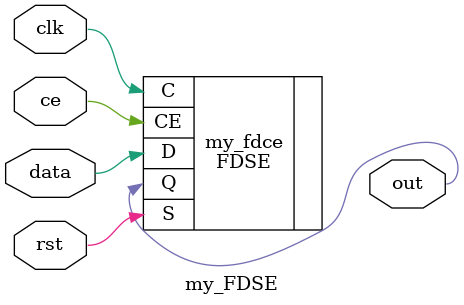
<source format=sv>
module my_FDSE(
  input  logic data,
  input  logic clk,
  input  logic ce,
  input  logic rst,
  output logic out
);

  FDSE my_fdce (
    .Q(out),
    .C(clk),
    .CE(ce),
    .S(rst),
    .D(data)
  );


endmodule

</source>
